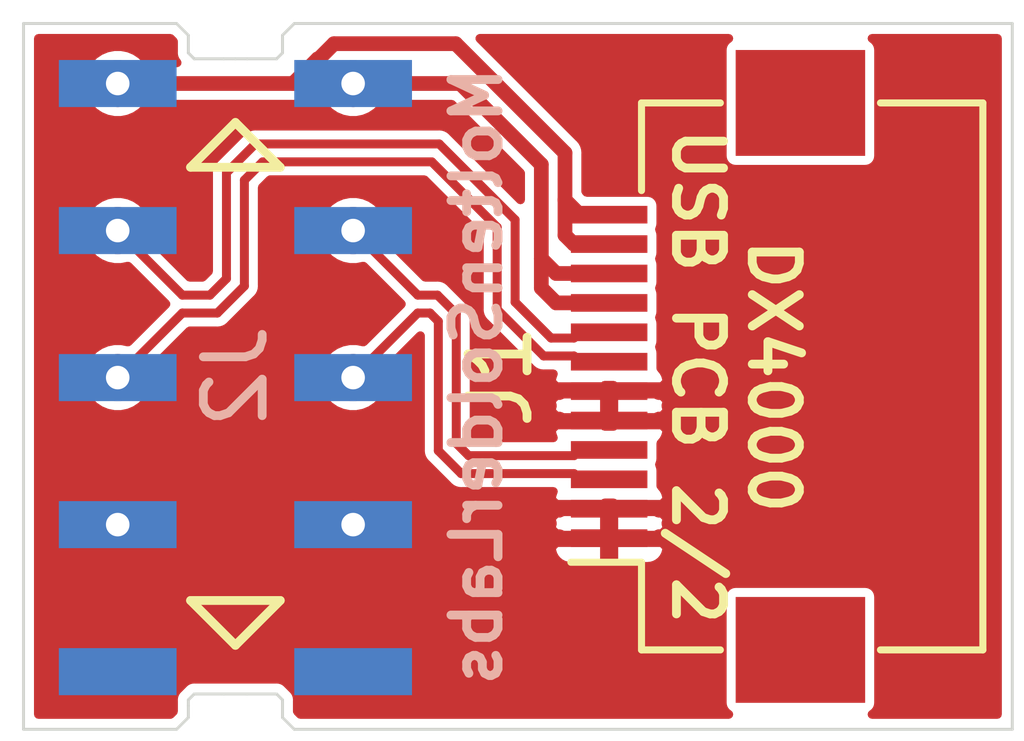
<source format=kicad_pcb>
(kicad_pcb (version 20171130) (host pcbnew 5.1.8-1.fc31)

  (general
    (thickness 1.6)
    (drawings 28)
    (tracks 77)
    (zones 0)
    (modules 2)
    (nets 8)
  )

  (page USLetter)
  (layers
    (0 F.Cu signal)
    (31 B.Cu signal)
    (32 B.Adhes user)
    (33 F.Adhes user)
    (34 B.Paste user)
    (35 F.Paste user)
    (36 B.SilkS user)
    (37 F.SilkS user)
    (38 B.Mask user)
    (39 F.Mask user)
    (40 Dwgs.User user)
    (41 Cmts.User user)
    (42 Eco1.User user)
    (43 Eco2.User user)
    (44 Edge.Cuts user)
    (45 Margin user)
    (46 B.CrtYd user)
    (47 F.CrtYd user)
    (48 B.Fab user hide)
    (49 F.Fab user hide)
  )

  (setup
    (last_trace_width 0.1524)
    (user_trace_width 0.25)
    (trace_clearance 0.1524)
    (zone_clearance 0.1524)
    (zone_45_only yes)
    (trace_min 0.1524)
    (via_size 0.8)
    (via_drill 0.4)
    (via_min_size 0.4)
    (via_min_drill 0.3)
    (uvia_size 0.3)
    (uvia_drill 0.1)
    (uvias_allowed no)
    (uvia_min_size 0.2)
    (uvia_min_drill 0.1)
    (edge_width 0.05)
    (segment_width 0.2)
    (pcb_text_width 0.3)
    (pcb_text_size 1.5 1.5)
    (mod_edge_width 0.12)
    (mod_text_size 1 1)
    (mod_text_width 0.15)
    (pad_size 1.524 1.524)
    (pad_drill 0.762)
    (pad_to_mask_clearance 0.051)
    (solder_mask_min_width 0.25)
    (aux_axis_origin 0 0)
    (visible_elements FFFFFF7F)
    (pcbplotparams
      (layerselection 0x010fc_ffffffff)
      (usegerberextensions false)
      (usegerberattributes false)
      (usegerberadvancedattributes false)
      (creategerberjobfile false)
      (excludeedgelayer true)
      (linewidth 0.100000)
      (plotframeref false)
      (viasonmask false)
      (mode 1)
      (useauxorigin false)
      (hpglpennumber 1)
      (hpglpenspeed 20)
      (hpglpendiameter 15.000000)
      (psnegative false)
      (psa4output false)
      (plotreference true)
      (plotvalue true)
      (plotinvisibletext false)
      (padsonsilk false)
      (subtractmaskfromsilk false)
      (outputformat 1)
      (mirror false)
      (drillshape 1)
      (scaleselection 1)
      (outputdirectory ""))
  )

  (net 0 "")
  (net 1 GND)
  (net 2 /USB_B+)
  (net 3 /USB_B-)
  (net 4 /USB_A+)
  (net 5 /USB_A-)
  (net 6 /5V_B)
  (net 7 /5V_A)

  (net_class Default "This is the default net class."
    (clearance 0.1524)
    (trace_width 0.1524)
    (via_dia 0.8)
    (via_drill 0.4)
    (uvia_dia 0.3)
    (uvia_drill 0.1)
    (diff_pair_width 0.1524)
    (diff_pair_gap 0.1524)
    (add_net /5V_A)
    (add_net /5V_B)
    (add_net /USB_A+)
    (add_net /USB_A-)
    (add_net /USB_B+)
    (add_net /USB_B-)
    (add_net GND)
  )

  (module Connector_FFC-FPC:Hirose_FH12-12S-0.5SH_1x12-1MP_P0.50mm_Horizontal (layer F.Cu) (tedit 5D24667B) (tstamp 5E198C6B)
    (at 175.6 108.2 90)
    (descr "Hirose FH12, FFC/FPC connector, FH12-12S-0.5SH, 12 Pins per row (https://www.hirose.com/product/en/products/FH12/FH12-24S-0.5SH(55)/), generated with kicad-footprint-generator")
    (tags "connector Hirose FH12 horizontal")
    (path /5E1911D6)
    (attr smd)
    (fp_text reference J1 (at 0 -3.7 270) (layer F.SilkS)
      (effects (font (size 1 1) (thickness 0.15)))
    )
    (fp_text value TO_DUAL-USB_PCB (at 0 5.6 90) (layer F.Fab)
      (effects (font (size 1 1) (thickness 0.15)))
    )
    (fp_line (start 0 -1.2) (end -4.55 -1.2) (layer F.Fab) (width 0.1))
    (fp_line (start -4.55 -1.2) (end -4.55 3.4) (layer F.Fab) (width 0.1))
    (fp_line (start -4.55 3.4) (end -3.95 3.4) (layer F.Fab) (width 0.1))
    (fp_line (start -3.95 3.4) (end -3.95 3.7) (layer F.Fab) (width 0.1))
    (fp_line (start -3.95 3.7) (end -4.45 3.7) (layer F.Fab) (width 0.1))
    (fp_line (start -4.45 3.7) (end -4.45 4.4) (layer F.Fab) (width 0.1))
    (fp_line (start -4.45 4.4) (end 0 4.4) (layer F.Fab) (width 0.1))
    (fp_line (start 0 -1.2) (end 4.55 -1.2) (layer F.Fab) (width 0.1))
    (fp_line (start 4.55 -1.2) (end 4.55 3.4) (layer F.Fab) (width 0.1))
    (fp_line (start 4.55 3.4) (end 3.95 3.4) (layer F.Fab) (width 0.1))
    (fp_line (start 3.95 3.4) (end 3.95 3.7) (layer F.Fab) (width 0.1))
    (fp_line (start 3.95 3.7) (end 4.45 3.7) (layer F.Fab) (width 0.1))
    (fp_line (start 4.45 3.7) (end 4.45 4.4) (layer F.Fab) (width 0.1))
    (fp_line (start 4.45 4.4) (end 0 4.4) (layer F.Fab) (width 0.1))
    (fp_line (start -3.16 -1.3) (end -4.65 -1.3) (layer F.SilkS) (width 0.12))
    (fp_line (start -4.65 -1.3) (end -4.65 0.04) (layer F.SilkS) (width 0.12))
    (fp_line (start 3.16 -1.3) (end 4.65 -1.3) (layer F.SilkS) (width 0.12))
    (fp_line (start 4.65 -1.3) (end 4.65 0.04) (layer F.SilkS) (width 0.12))
    (fp_line (start -4.65 2.76) (end -4.65 4.5) (layer F.SilkS) (width 0.12))
    (fp_line (start -4.65 4.5) (end 4.65 4.5) (layer F.SilkS) (width 0.12))
    (fp_line (start 4.65 4.5) (end 4.65 2.76) (layer F.SilkS) (width 0.12))
    (fp_line (start -3.16 -1.3) (end -3.16 -2.5) (layer F.SilkS) (width 0.12))
    (fp_line (start -3.25 -1.2) (end -2.75 -0.492893) (layer F.Fab) (width 0.1))
    (fp_line (start -2.75 -0.492893) (end -2.25 -1.2) (layer F.Fab) (width 0.1))
    (fp_line (start -6.05 -3) (end -6.05 4.9) (layer F.CrtYd) (width 0.05))
    (fp_line (start -6.05 4.9) (end 6.05 4.9) (layer F.CrtYd) (width 0.05))
    (fp_line (start 6.05 4.9) (end 6.05 -3) (layer F.CrtYd) (width 0.05))
    (fp_line (start 6.05 -3) (end -6.05 -3) (layer F.CrtYd) (width 0.05))
    (fp_text user %R (at 0 3.7 90) (layer F.Fab)
      (effects (font (size 1 1) (thickness 0.15)))
    )
    (pad 12 smd rect (at 2.75 -1.85 90) (size 0.3 1.3) (layers F.Cu F.Paste F.Mask)
      (net 7 /5V_A))
    (pad 11 smd rect (at 2.25 -1.85 90) (size 0.3 1.3) (layers F.Cu F.Paste F.Mask)
      (net 7 /5V_A))
    (pad 10 smd rect (at 1.75 -1.85 90) (size 0.3 1.3) (layers F.Cu F.Paste F.Mask)
      (net 6 /5V_B))
    (pad 9 smd rect (at 1.25 -1.85 90) (size 0.3 1.3) (layers F.Cu F.Paste F.Mask)
      (net 6 /5V_B))
    (pad 8 smd rect (at 0.75 -1.85 90) (size 0.3 1.3) (layers F.Cu F.Paste F.Mask)
      (net 5 /USB_A-))
    (pad 7 smd rect (at 0.25 -1.85 90) (size 0.3 1.3) (layers F.Cu F.Paste F.Mask)
      (net 4 /USB_A+))
    (pad 6 smd rect (at -0.25 -1.85 90) (size 0.3 1.3) (layers F.Cu F.Paste F.Mask)
      (net 1 GND))
    (pad 5 smd rect (at -0.75 -1.85 90) (size 0.3 1.3) (layers F.Cu F.Paste F.Mask)
      (net 1 GND))
    (pad 4 smd rect (at -1.25 -1.85 90) (size 0.3 1.3) (layers F.Cu F.Paste F.Mask)
      (net 3 /USB_B-))
    (pad 3 smd rect (at -1.75 -1.85 90) (size 0.3 1.3) (layers F.Cu F.Paste F.Mask)
      (net 2 /USB_B+))
    (pad 2 smd rect (at -2.25 -1.85 90) (size 0.3 1.3) (layers F.Cu F.Paste F.Mask)
      (net 1 GND))
    (pad 1 smd rect (at -2.75 -1.85 90) (size 0.3 1.3) (layers F.Cu F.Paste F.Mask)
      (net 1 GND))
    (pad MP smd rect (at -4.65 1.4 90) (size 1.8 2.2) (layers F.Cu F.Paste F.Mask))
    (pad MP smd rect (at 4.65 1.4 90) (size 1.8 2.2) (layers F.Cu F.Paste F.Mask))
    (model ${KISYS3DMOD}/Connector_FFC-FPC.3dshapes/Hirose_FH12-12S-0.5SH_1x12-1MP_P0.50mm_Horizontal.wrl
      (at (xyz 0 0 0))
      (scale (xyz 1 1 1))
      (rotate (xyz 0 0 0))
    )
  )

  (module custom_footprints:DX4000_J15_Footprint (layer B.Cu) (tedit 5E190D55) (tstamp 5E19752B)
    (at 167.4 108.2 180)
    (path /5E192648)
    (fp_text reference J2 (at 0 0 90) (layer B.SilkS)
      (effects (font (size 1 1) (thickness 0.15)) (justify mirror))
    )
    (fp_text value J15_PCB (at 0 -6.858) (layer B.Fab)
      (effects (font (size 1 1) (thickness 0.15)) (justify mirror))
    )
    (fp_line (start -0.762 -3.81) (end 0 -4.572) (layer F.SilkS) (width 0.15))
    (fp_line (start 0 -4.572) (end 0.762 -3.81) (layer F.SilkS) (width 0.15))
    (fp_line (start 0.762 -3.81) (end -0.762 -3.81) (layer F.SilkS) (width 0.15))
    (fp_line (start 0.762 3.556) (end 0 4.318) (layer F.SilkS) (width 0.15))
    (fp_line (start -0.762 3.556) (end 0.762 3.556) (layer F.SilkS) (width 0.15))
    (fp_line (start 0 4.318) (end -0.762 3.556) (layer F.SilkS) (width 0.15))
    (fp_line (start 3.556 5.842) (end -3.556 5.842) (layer B.CrtYd) (width 0.15))
    (fp_line (start 3.556 -5.842) (end 3.556 5.842) (layer B.CrtYd) (width 0.15))
    (fp_line (start -3.556 -5.842) (end 3.556 -5.842) (layer B.CrtYd) (width 0.15))
    (fp_line (start -3.556 5.842) (end -3.556 -5.842) (layer B.CrtYd) (width 0.15))
    (pad 1 smd rect (at 2 4.98 180) (size 2 0.8) (layers B.Cu B.Paste B.Mask)
      (net 7 /5V_A))
    (pad 2 smd rect (at -2 4.98 180) (size 2 0.8) (layers B.Cu B.Paste B.Mask)
      (net 6 /5V_B))
    (pad 3 smd rect (at 2 2.48 180) (size 2 0.8) (layers B.Cu B.Paste B.Mask)
      (net 5 /USB_A-))
    (pad 4 smd rect (at -2 2.48 180) (size 2 0.8) (layers B.Cu B.Paste B.Mask)
      (net 3 /USB_B-))
    (pad 5 smd rect (at 2 -0.02 180) (size 2 0.8) (layers B.Cu B.Paste B.Mask)
      (net 4 /USB_A+))
    (pad 6 smd rect (at -2 -0.02 180) (size 2 0.8) (layers B.Cu B.Paste B.Mask)
      (net 2 /USB_B+))
    (pad 7 smd rect (at 2 -2.52 180) (size 2 0.8) (layers B.Cu B.Paste B.Mask)
      (net 1 GND))
    (pad 8 smd rect (at -2 -2.52 180) (size 2 0.8) (layers B.Cu B.Paste B.Mask)
      (net 1 GND))
    (pad 9 smd rect (at 2 -5.02 180) (size 2 0.8) (layers B.Cu B.Paste B.Mask))
    (pad 10 smd rect (at -2 -5.02 180) (size 2 0.8) (layers B.Cu B.Paste B.Mask))
  )

  (gr_text "DX4000\nUSB PCB 2/2" (at 175.9 108.2 270) (layer F.SilkS)
    (effects (font (size 0.8 0.8) (thickness 0.15)))
  )
  (gr_text MoltenSolderLabs (at 171.5 108.2 90) (layer B.SilkS)
    (effects (font (size 0.8 0.8) (thickness 0.15)) (justify mirror))
  )
  (gr_line (start 168.2 102.4) (end 168.4 102.2) (layer Edge.Cuts) (width 0.05))
  (gr_line (start 168.2 102.7) (end 168.2 102.4) (layer Edge.Cuts) (width 0.05))
  (gr_line (start 168.1 102.8) (end 168.2 102.7) (layer Edge.Cuts) (width 0.05))
  (gr_line (start 167.6 102.8) (end 168.1 102.8) (layer Edge.Cuts) (width 0.05))
  (gr_line (start 166.7 102.8) (end 167.2 102.8) (layer Edge.Cuts) (width 0.05) (tstamp 5E199D8F))
  (gr_line (start 166.6 102.7) (end 166.7 102.8) (layer Edge.Cuts) (width 0.05))
  (gr_line (start 166.6 102.4) (end 166.6 102.7) (layer Edge.Cuts) (width 0.05))
  (gr_line (start 166.4 102.2) (end 166.6 102.4) (layer Edge.Cuts) (width 0.05))
  (gr_line (start 168.4 114.2) (end 180.6 114.2) (layer Edge.Cuts) (width 0.05) (tstamp 5E199CC3))
  (gr_line (start 168.2 114) (end 168.4 114.2) (layer Edge.Cuts) (width 0.05))
  (gr_line (start 168.2 113.7) (end 168.2 114) (layer Edge.Cuts) (width 0.05))
  (gr_line (start 168.1 113.6) (end 168.2 113.7) (layer Edge.Cuts) (width 0.05))
  (gr_line (start 167.6 113.6) (end 168.1 113.6) (layer Edge.Cuts) (width 0.05))
  (gr_line (start 166.7 113.6) (end 167.2 113.6) (layer Edge.Cuts) (width 0.05) (tstamp 5E199D85))
  (gr_line (start 166.6 113.7) (end 166.7 113.6) (layer Edge.Cuts) (width 0.05))
  (gr_line (start 166.6 113.8) (end 166.6 113.7) (layer Edge.Cuts) (width 0.05))
  (gr_line (start 166.6 114) (end 166.6 113.8) (layer Edge.Cuts) (width 0.05))
  (gr_line (start 166.4 114.2) (end 166.6 114) (layer Edge.Cuts) (width 0.05))
  (gr_line (start 167.4 102.8) (end 167.6 102.8) (layer Edge.Cuts) (width 0.05))
  (gr_line (start 167.2 102.8) (end 167.4 102.8) (layer Edge.Cuts) (width 0.05))
  (gr_line (start 167.2 113.6) (end 167.6 113.6) (layer Edge.Cuts) (width 0.05))
  (gr_line (start 163.8 114.2) (end 166.4 114.2) (layer Edge.Cuts) (width 0.05))
  (gr_line (start 168.4 102.2) (end 180.6 102.2) (layer Edge.Cuts) (width 0.05) (tstamp 5E199CC1))
  (gr_line (start 163.8 102.2) (end 166.4 102.2) (layer Edge.Cuts) (width 0.05))
  (gr_line (start 163.8 102.2) (end 163.8 114.2) (layer Edge.Cuts) (width 0.05))
  (gr_line (start 180.6 114.2) (end 180.6 102.2) (layer Edge.Cuts) (width 0.05))

  (via (at 165.4 110.72) (size 0.8) (drill 0.4) (layers F.Cu B.Cu) (net 1) (status 40030))
  (via (at 169.4 110.72) (size 0.8) (drill 0.4) (layers F.Cu B.Cu) (net 1) (status 40030))
  (segment (start 173.75 108.95) (end 175.2 108.95) (width 0.25) (layer F.Cu) (net 1) (status 10))
  (segment (start 173.75 110.45) (end 175.2 110.45) (width 0.25) (layer F.Cu) (net 1) (status 10))
  (segment (start 173.75 110.95) (end 175.2 110.95) (width 0.25) (layer F.Cu) (net 1) (status 10))
  (segment (start 173.75 110.45) (end 172.4 110.45) (width 0.25) (layer F.Cu) (net 1) (status 10))
  (segment (start 173.75 110.95) (end 172.2 110.95) (width 0.25) (layer F.Cu) (net 1) (status 10))
  (segment (start 173.75 108.45) (end 172.4 108.45) (width 0.25) (layer F.Cu) (net 1) (status 10))
  (segment (start 173.75 108.45) (end 175.2 108.45) (width 0.25) (layer F.Cu) (net 1) (status 10))
  (segment (start 173.75 108.95) (end 175 108.95) (width 0.25) (layer F.Cu) (net 1) (status 10))
  (segment (start 173.75 108.95) (end 172 108.95) (width 0.25) (layer F.Cu) (net 1) (status 10))
  (segment (start 173.75 109.95) (end 173.25 109.95) (width 0.1524) (layer F.Cu) (net 2) (status 30))
  (segment (start 173.25 109.95) (end 173.1524 109.8524) (width 0.1524) (layer F.Cu) (net 2) (status 30))
  (segment (start 173.1524 109.8524) (end 171.236872 109.8524) (width 0.1524) (layer F.Cu) (net 2) (status 10))
  (segment (start 171.236872 109.8524) (end 170.8476 109.463128) (width 0.1524) (layer F.Cu) (net 2))
  (segment (start 170.8476 109.463128) (end 170.8476 107.263128) (width 0.1524) (layer F.Cu) (net 2))
  (segment (start 170.706872 107.1224) (end 170.8476 107.263128) (width 0.1524) (layer F.Cu) (net 2))
  (segment (start 170.4976 107.1224) (end 170.706872 107.1224) (width 0.1524) (layer F.Cu) (net 2))
  (segment (start 169.4 108.22) (end 170.4976 107.1224) (width 0.1524) (layer F.Cu) (net 2))
  (via (at 169.4 108.22) (size 0.8) (drill 0.4) (layers F.Cu B.Cu) (net 2) (status 40030))
  (segment (start 173.75 109.45) (end 173.25 109.45) (width 0.1524) (layer F.Cu) (net 3) (status 30))
  (segment (start 173.25 109.45) (end 173.1524 109.5476) (width 0.1524) (layer F.Cu) (net 3) (status 30))
  (segment (start 173.1524 109.5476) (end 171.363128 109.5476) (width 0.1524) (layer F.Cu) (net 3) (status 10))
  (segment (start 171.363128 109.5476) (end 171.1524 109.336872) (width 0.1524) (layer F.Cu) (net 3))
  (segment (start 171.1524 109.336872) (end 171.1524 107.136872) (width 0.1524) (layer F.Cu) (net 3))
  (segment (start 170.833128 106.8176) (end 171.1524 107.136872) (width 0.1524) (layer F.Cu) (net 3))
  (segment (start 170.4976 106.8176) (end 170.833128 106.8176) (width 0.1524) (layer F.Cu) (net 3))
  (segment (start 169.4 105.72) (end 170.4976 106.8176) (width 0.1524) (layer F.Cu) (net 3))
  (via (at 169.4 105.72) (size 0.8) (drill 0.4) (layers F.Cu B.Cu) (net 3) (status 40030))
  (segment (start 173.75 107.95) (end 173.25 107.95) (width 0.1524) (layer F.Cu) (net 4) (status 30))
  (segment (start 173.25 107.95) (end 173.1524 107.8524) (width 0.1524) (layer F.Cu) (net 4) (status 30))
  (segment (start 173.1524 107.8524) (end 172.636872 107.8524) (width 0.1524) (layer F.Cu) (net 4) (status 10))
  (segment (start 172.636872 107.8524) (end 171.8476 107.063128) (width 0.1524) (layer F.Cu) (net 4))
  (segment (start 171.8476 107.063128) (end 171.8476 105.663128) (width 0.1524) (layer F.Cu) (net 4))
  (segment (start 171.8476 105.663128) (end 170.736872 104.5524) (width 0.1524) (layer F.Cu) (net 4))
  (segment (start 170.736872 104.5524) (end 167.863128 104.5524) (width 0.1524) (layer F.Cu) (net 4))
  (segment (start 167.863128 104.5524) (end 167.5524 104.863128) (width 0.1524) (layer F.Cu) (net 4))
  (segment (start 167.5524 104.863128) (end 167.5524 106.663128) (width 0.1524) (layer F.Cu) (net 4))
  (segment (start 167.5524 106.663128) (end 167.093128 107.1224) (width 0.1524) (layer F.Cu) (net 4))
  (segment (start 167.093128 107.1224) (end 166.4976 107.1224) (width 0.1524) (layer F.Cu) (net 4))
  (segment (start 166.4976 107.1224) (end 165.4 108.22) (width 0.1524) (layer F.Cu) (net 4))
  (via (at 165.4 108.22) (size 0.8) (drill 0.4) (layers F.Cu B.Cu) (net 4) (status 40030))
  (segment (start 173.75 107.45) (end 173.25 107.45) (width 0.1524) (layer F.Cu) (net 5) (status 30))
  (segment (start 173.25 107.45) (end 173.1524 107.5476) (width 0.1524) (layer F.Cu) (net 5) (status 30))
  (segment (start 173.1524 107.5476) (end 172.763128 107.5476) (width 0.1524) (layer F.Cu) (net 5) (status 10))
  (segment (start 172.763128 107.5476) (end 172.1524 106.936872) (width 0.1524) (layer F.Cu) (net 5))
  (segment (start 172.1524 106.936872) (end 172.1524 105.536872) (width 0.1524) (layer F.Cu) (net 5))
  (segment (start 172.1524 105.536872) (end 170.863128 104.2476) (width 0.1524) (layer F.Cu) (net 5))
  (segment (start 170.863128 104.2476) (end 167.736872 104.2476) (width 0.1524) (layer F.Cu) (net 5))
  (segment (start 167.736872 104.2476) (end 167.2476 104.736872) (width 0.1524) (layer F.Cu) (net 5))
  (segment (start 167.2476 104.736872) (end 167.2476 106.536872) (width 0.1524) (layer F.Cu) (net 5))
  (segment (start 167.2476 106.536872) (end 166.966872 106.8176) (width 0.1524) (layer F.Cu) (net 5))
  (segment (start 166.966872 106.8176) (end 166.4976 106.8176) (width 0.1524) (layer F.Cu) (net 5))
  (segment (start 166.4976 106.8176) (end 165.4 105.72) (width 0.1524) (layer F.Cu) (net 5))
  (via (at 165.4 105.72) (size 0.8) (drill 0.4) (layers F.Cu B.Cu) (net 5) (status 40030))
  (via (at 169.4 103.22) (size 0.8) (drill 0.4) (layers F.Cu B.Cu) (net 6) (status 40030))
  (segment (start 172.85 106.45) (end 172.59759 106.19759) (width 0.25) (layer F.Cu) (net 6))
  (segment (start 173.75 106.45) (end 172.85 106.45) (width 0.25) (layer F.Cu) (net 6) (status 10))
  (segment (start 172.59759 106.19759) (end 172.59759 104.59759) (width 0.25) (layer F.Cu) (net 6))
  (segment (start 171.22 103.22) (end 169.4 103.22) (width 0.25) (layer F.Cu) (net 6))
  (segment (start 172.59759 104.59759) (end 171.22 103.22) (width 0.25) (layer F.Cu) (net 6))
  (segment (start 172.59759 106.69759) (end 172.59759 106.19759) (width 0.25) (layer F.Cu) (net 6))
  (segment (start 172.85 106.95) (end 172.59759 106.69759) (width 0.25) (layer F.Cu) (net 6))
  (segment (start 173.75 106.95) (end 172.85 106.95) (width 0.25) (layer F.Cu) (net 6) (status 10))
  (via (at 165.4 103.22) (size 0.8) (drill 0.4) (layers F.Cu B.Cu) (net 7) (status 40030))
  (segment (start 168.38 103.22) (end 165.4 103.22) (width 0.25) (layer F.Cu) (net 7))
  (segment (start 168.8 102.8) (end 168.38 103.22) (width 0.25) (layer F.Cu) (net 7))
  (segment (start 168.817446 102.8) (end 168.8 102.8) (width 0.25) (layer F.Cu) (net 7))
  (segment (start 169.074847 102.542599) (end 168.817446 102.8) (width 0.25) (layer F.Cu) (net 7))
  (segment (start 173.75 105.45) (end 173.25 105.45) (width 0.25) (layer F.Cu) (net 7) (status 30))
  (segment (start 173.25 105.45) (end 173 105.2) (width 0.25) (layer F.Cu) (net 7) (status 10))
  (segment (start 173 105.2) (end 173 104.4) (width 0.25) (layer F.Cu) (net 7))
  (segment (start 171.142599 102.542599) (end 169.074847 102.542599) (width 0.25) (layer F.Cu) (net 7))
  (segment (start 173 104.4) (end 171.142599 102.542599) (width 0.25) (layer F.Cu) (net 7))
  (segment (start 173.75 105.95) (end 173.15 105.95) (width 0.25) (layer F.Cu) (net 7) (status 30))
  (segment (start 173 105.8) (end 173 105.2) (width 0.25) (layer F.Cu) (net 7))
  (segment (start 173.15 105.95) (end 173 105.8) (width 0.25) (layer F.Cu) (net 7) (status 10))

  (zone (net 1) (net_name GND) (layer F.Cu) (tstamp 0) (hatch edge 0.508)
    (connect_pads (clearance 0.1524))
    (min_thickness 0.1524)
    (fill yes (arc_segments 32) (thermal_gap 0.254) (thermal_bridge_width 0.308) (smoothing fillet) (radius 1))
    (polygon
      (pts
        (xy 180.8 114.4) (xy 163.4 114.4) (xy 163.4 101.8) (xy 180.8 101.8)
      )
    )
    (filled_polygon
      (pts
        (xy 166.3464 102.505045) (xy 166.346401 102.687534) (xy 166.345173 102.7) (xy 166.35007 102.749714) (xy 166.364571 102.797517)
        (xy 166.388119 102.841574) (xy 166.408493 102.8664) (xy 165.919744 102.8664) (xy 165.888266 102.819291) (xy 165.800709 102.731734)
        (xy 165.697754 102.662941) (xy 165.583356 102.615556) (xy 165.461912 102.5914) (xy 165.338088 102.5914) (xy 165.216644 102.615556)
        (xy 165.102246 102.662941) (xy 164.999291 102.731734) (xy 164.911734 102.819291) (xy 164.842941 102.922246) (xy 164.795556 103.036644)
        (xy 164.7714 103.158088) (xy 164.7714 103.281912) (xy 164.795556 103.403356) (xy 164.842941 103.517754) (xy 164.911734 103.620709)
        (xy 164.999291 103.708266) (xy 165.102246 103.777059) (xy 165.216644 103.824444) (xy 165.338088 103.8486) (xy 165.461912 103.8486)
        (xy 165.583356 103.824444) (xy 165.697754 103.777059) (xy 165.800709 103.708266) (xy 165.888266 103.620709) (xy 165.919744 103.5736)
        (xy 168.362648 103.5736) (xy 168.38 103.575309) (xy 168.397352 103.5736) (xy 168.397362 103.5736) (xy 168.449318 103.568483)
        (xy 168.515971 103.548264) (xy 168.5774 103.515429) (xy 168.631242 103.471242) (xy 168.642313 103.457752) (xy 168.779157 103.320908)
        (xy 168.795556 103.403356) (xy 168.842941 103.517754) (xy 168.911734 103.620709) (xy 168.999291 103.708266) (xy 169.102246 103.777059)
        (xy 169.216644 103.824444) (xy 169.338088 103.8486) (xy 169.461912 103.8486) (xy 169.583356 103.824444) (xy 169.697754 103.777059)
        (xy 169.800709 103.708266) (xy 169.888266 103.620709) (xy 169.919744 103.5736) (xy 171.073535 103.5736) (xy 172.243991 104.744057)
        (xy 172.243991 105.197411) (xy 171.08924 104.042661) (xy 171.079696 104.031032) (xy 171.033285 103.992942) (xy 170.980334 103.96464)
        (xy 170.922879 103.947211) (xy 170.878094 103.9428) (xy 170.878086 103.9428) (xy 170.863128 103.941327) (xy 170.84817 103.9428)
        (xy 167.751829 103.9428) (xy 167.736871 103.941327) (xy 167.721913 103.9428) (xy 167.721906 103.9428) (xy 167.682761 103.946655)
        (xy 167.67712 103.947211) (xy 167.619666 103.96464) (xy 167.566715 103.992942) (xy 167.520304 104.031032) (xy 167.510764 104.042656)
        (xy 167.042661 104.51076) (xy 167.031032 104.520304) (xy 166.992942 104.566716) (xy 166.976441 104.597589) (xy 166.96464 104.619667)
        (xy 166.951705 104.662309) (xy 166.947211 104.677122) (xy 166.9428 104.721907) (xy 166.9428 104.721914) (xy 166.941327 104.736872)
        (xy 166.9428 104.75183) (xy 166.942801 106.410619) (xy 166.840621 106.5128) (xy 166.623852 106.5128) (xy 166.006097 105.895046)
        (xy 166.0286 105.781912) (xy 166.0286 105.658088) (xy 166.004444 105.536644) (xy 165.957059 105.422246) (xy 165.888266 105.319291)
        (xy 165.800709 105.231734) (xy 165.697754 105.162941) (xy 165.583356 105.115556) (xy 165.461912 105.0914) (xy 165.338088 105.0914)
        (xy 165.216644 105.115556) (xy 165.102246 105.162941) (xy 164.999291 105.231734) (xy 164.911734 105.319291) (xy 164.842941 105.422246)
        (xy 164.795556 105.536644) (xy 164.7714 105.658088) (xy 164.7714 105.781912) (xy 164.795556 105.903356) (xy 164.842941 106.017754)
        (xy 164.911734 106.120709) (xy 164.999291 106.208266) (xy 165.102246 106.277059) (xy 165.216644 106.324444) (xy 165.338088 106.3486)
        (xy 165.461912 106.3486) (xy 165.575046 106.326097) (xy 166.218948 106.97) (xy 165.575046 107.613903) (xy 165.461912 107.5914)
        (xy 165.338088 107.5914) (xy 165.216644 107.615556) (xy 165.102246 107.662941) (xy 164.999291 107.731734) (xy 164.911734 107.819291)
        (xy 164.842941 107.922246) (xy 164.795556 108.036644) (xy 164.7714 108.158088) (xy 164.7714 108.281912) (xy 164.795556 108.403356)
        (xy 164.842941 108.517754) (xy 164.911734 108.620709) (xy 164.999291 108.708266) (xy 165.102246 108.777059) (xy 165.216644 108.824444)
        (xy 165.338088 108.8486) (xy 165.461912 108.8486) (xy 165.583356 108.824444) (xy 165.697754 108.777059) (xy 165.800709 108.708266)
        (xy 165.888266 108.620709) (xy 165.957059 108.517754) (xy 166.004444 108.403356) (xy 166.0286 108.281912) (xy 166.0286 108.158088)
        (xy 166.006097 108.044954) (xy 166.623852 107.4272) (xy 167.07817 107.4272) (xy 167.093128 107.428673) (xy 167.108086 107.4272)
        (xy 167.108094 107.4272) (xy 167.152879 107.422789) (xy 167.210334 107.40536) (xy 167.263285 107.377058) (xy 167.309696 107.338968)
        (xy 167.31924 107.327339) (xy 167.757344 106.889236) (xy 167.768968 106.879696) (xy 167.807058 106.833285) (xy 167.83536 106.780334)
        (xy 167.839491 106.766716) (xy 167.852789 106.72288) (xy 167.85492 106.701242) (xy 167.8572 106.678094) (xy 167.8572 106.678086)
        (xy 167.858673 106.663128) (xy 167.8572 106.64817) (xy 167.8572 105.658088) (xy 168.7714 105.658088) (xy 168.7714 105.781912)
        (xy 168.795556 105.903356) (xy 168.842941 106.017754) (xy 168.911734 106.120709) (xy 168.999291 106.208266) (xy 169.102246 106.277059)
        (xy 169.216644 106.324444) (xy 169.338088 106.3486) (xy 169.461912 106.3486) (xy 169.575046 106.326097) (xy 170.218948 106.97)
        (xy 169.575046 107.613903) (xy 169.461912 107.5914) (xy 169.338088 107.5914) (xy 169.216644 107.615556) (xy 169.102246 107.662941)
        (xy 168.999291 107.731734) (xy 168.911734 107.819291) (xy 168.842941 107.922246) (xy 168.795556 108.036644) (xy 168.7714 108.158088)
        (xy 168.7714 108.281912) (xy 168.795556 108.403356) (xy 168.842941 108.517754) (xy 168.911734 108.620709) (xy 168.999291 108.708266)
        (xy 169.102246 108.777059) (xy 169.216644 108.824444) (xy 169.338088 108.8486) (xy 169.461912 108.8486) (xy 169.583356 108.824444)
        (xy 169.697754 108.777059) (xy 169.800709 108.708266) (xy 169.888266 108.620709) (xy 169.957059 108.517754) (xy 170.004444 108.403356)
        (xy 170.0286 108.281912) (xy 170.0286 108.158088) (xy 170.006097 108.044954) (xy 170.542801 107.508251) (xy 170.5428 109.44817)
        (xy 170.541327 109.463128) (xy 170.5428 109.478086) (xy 170.5428 109.478093) (xy 170.543761 109.487848) (xy 170.547211 109.522879)
        (xy 170.556482 109.55344) (xy 170.56464 109.580333) (xy 170.592942 109.633284) (xy 170.631032 109.679696) (xy 170.642661 109.68924)
        (xy 171.010763 110.057343) (xy 171.020304 110.068968) (xy 171.066715 110.107058) (xy 171.119666 110.13536) (xy 171.17712 110.152789)
        (xy 171.182275 110.153297) (xy 171.221906 110.1572) (xy 171.221914 110.1572) (xy 171.236872 110.158673) (xy 171.25183 110.1572)
        (xy 172.801851 110.1572) (xy 172.793956 110.171833) (xy 172.774832 110.234002) (xy 172.7698 110.29365) (xy 172.85235 110.3762)
        (xy 173.6722 110.3762) (xy 173.6722 110.3522) (xy 173.8278 110.3522) (xy 173.8278 110.3762) (xy 174.64765 110.3762)
        (xy 174.7302 110.29365) (xy 174.725168 110.234002) (xy 174.706044 110.171833) (xy 174.67516 110.11459) (xy 174.633701 110.064471)
        (xy 174.629706 110.061218) (xy 174.629706 109.8) (xy 174.625292 109.755187) (xy 174.612221 109.712095) (xy 174.605756 109.7)
        (xy 174.612221 109.687905) (xy 174.625292 109.644813) (xy 174.629706 109.6) (xy 174.629706 109.338782) (xy 174.633701 109.335529)
        (xy 174.67516 109.28541) (xy 174.706044 109.228167) (xy 174.725168 109.165998) (xy 174.7302 109.10635) (xy 174.64765 109.0238)
        (xy 173.8278 109.0238) (xy 173.8278 109.0478) (xy 173.6722 109.0478) (xy 173.6722 109.0238) (xy 172.85235 109.0238)
        (xy 172.7698 109.10635) (xy 172.774832 109.165998) (xy 172.793956 109.228167) (xy 172.801851 109.2428) (xy 171.48938 109.2428)
        (xy 171.4572 109.210621) (xy 171.4572 108.60635) (xy 172.7698 108.60635) (xy 172.774832 108.665998) (xy 172.785291 108.7)
        (xy 172.774832 108.734002) (xy 172.7698 108.79365) (xy 172.85235 108.8762) (xy 172.916253 108.8762) (xy 172.916739 108.876596)
        (xy 172.974221 108.907034) (xy 173.036537 108.925672) (xy 173.101292 108.931795) (xy 173.58965 108.9302) (xy 173.64365 108.8762)
        (xy 173.6722 108.8762) (xy 173.6722 108.5238) (xy 173.8278 108.5238) (xy 173.8278 108.8762) (xy 173.85635 108.8762)
        (xy 173.91035 108.9302) (xy 174.398708 108.931795) (xy 174.463463 108.925672) (xy 174.525779 108.907034) (xy 174.583261 108.876596)
        (xy 174.583747 108.8762) (xy 174.64765 108.8762) (xy 174.7302 108.79365) (xy 174.725168 108.734002) (xy 174.714709 108.7)
        (xy 174.725168 108.665998) (xy 174.7302 108.60635) (xy 174.64765 108.5238) (xy 174.583747 108.5238) (xy 174.583261 108.523404)
        (xy 174.525779 108.492966) (xy 174.463463 108.474328) (xy 174.398708 108.468205) (xy 173.91035 108.4698) (xy 173.85635 108.5238)
        (xy 173.8278 108.5238) (xy 173.6722 108.5238) (xy 173.64365 108.5238) (xy 173.58965 108.4698) (xy 173.101292 108.468205)
        (xy 173.036537 108.474328) (xy 172.974221 108.492966) (xy 172.916739 108.523404) (xy 172.916253 108.5238) (xy 172.85235 108.5238)
        (xy 172.7698 108.60635) (xy 171.4572 108.60635) (xy 171.4572 107.15183) (xy 171.458673 107.136872) (xy 171.4572 107.121914)
        (xy 171.4572 107.121906) (xy 171.452789 107.077121) (xy 171.43536 107.019666) (xy 171.407058 106.966715) (xy 171.368968 106.920304)
        (xy 171.357344 106.910764) (xy 171.05924 106.612661) (xy 171.049696 106.601032) (xy 171.003285 106.562942) (xy 170.950334 106.53464)
        (xy 170.892879 106.517211) (xy 170.848094 106.5128) (xy 170.848086 106.5128) (xy 170.833128 106.511327) (xy 170.81817 106.5128)
        (xy 170.623852 106.5128) (xy 170.006097 105.895046) (xy 170.0286 105.781912) (xy 170.0286 105.658088) (xy 170.004444 105.536644)
        (xy 169.957059 105.422246) (xy 169.888266 105.319291) (xy 169.800709 105.231734) (xy 169.697754 105.162941) (xy 169.583356 105.115556)
        (xy 169.461912 105.0914) (xy 169.338088 105.0914) (xy 169.216644 105.115556) (xy 169.102246 105.162941) (xy 168.999291 105.231734)
        (xy 168.911734 105.319291) (xy 168.842941 105.422246) (xy 168.795556 105.536644) (xy 168.7714 105.658088) (xy 167.8572 105.658088)
        (xy 167.8572 104.989379) (xy 167.98938 104.8572) (xy 170.610621 104.8572) (xy 171.542801 105.789381) (xy 171.5428 107.04817)
        (xy 171.541327 107.063128) (xy 171.5428 107.078086) (xy 171.5428 107.078093) (xy 171.544958 107.1) (xy 171.547211 107.122879)
        (xy 171.560608 107.167041) (xy 171.56464 107.180333) (xy 171.592942 107.233284) (xy 171.631032 107.279696) (xy 171.642661 107.28924)
        (xy 172.410763 108.057343) (xy 172.420304 108.068968) (xy 172.466715 108.107058) (xy 172.519666 108.13536) (xy 172.563748 108.148732)
        (xy 172.57712 108.152789) (xy 172.582761 108.153345) (xy 172.621906 108.1572) (xy 172.621913 108.1572) (xy 172.636871 108.158673)
        (xy 172.651829 108.1572) (xy 172.801851 108.1572) (xy 172.793956 108.171833) (xy 172.774832 108.234002) (xy 172.7698 108.29365)
        (xy 172.85235 108.3762) (xy 173.6722 108.3762) (xy 173.6722 108.3522) (xy 173.8278 108.3522) (xy 173.8278 108.3762)
        (xy 174.64765 108.3762) (xy 174.7302 108.29365) (xy 174.725168 108.234002) (xy 174.706044 108.171833) (xy 174.67516 108.11459)
        (xy 174.633701 108.064471) (xy 174.629706 108.061218) (xy 174.629706 107.8) (xy 174.625292 107.755187) (xy 174.612221 107.712095)
        (xy 174.605756 107.7) (xy 174.612221 107.687905) (xy 174.625292 107.644813) (xy 174.629706 107.6) (xy 174.629706 107.3)
        (xy 174.625292 107.255187) (xy 174.612221 107.212095) (xy 174.605756 107.2) (xy 174.612221 107.187905) (xy 174.625292 107.144813)
        (xy 174.629706 107.1) (xy 174.629706 106.8) (xy 174.625292 106.755187) (xy 174.612221 106.712095) (xy 174.605756 106.7)
        (xy 174.612221 106.687905) (xy 174.625292 106.644813) (xy 174.629706 106.6) (xy 174.629706 106.3) (xy 174.625292 106.255187)
        (xy 174.612221 106.212095) (xy 174.605756 106.2) (xy 174.612221 106.187905) (xy 174.625292 106.144813) (xy 174.629706 106.1)
        (xy 174.629706 105.8) (xy 174.625292 105.755187) (xy 174.612221 105.712095) (xy 174.605756 105.7) (xy 174.612221 105.687905)
        (xy 174.625292 105.644813) (xy 174.629706 105.6) (xy 174.629706 105.3) (xy 174.625292 105.255187) (xy 174.612221 105.212095)
        (xy 174.590994 105.172382) (xy 174.562427 105.137573) (xy 174.527618 105.109006) (xy 174.487905 105.087779) (xy 174.444813 105.074708)
        (xy 174.4 105.070294) (xy 173.370359 105.070294) (xy 173.3536 105.053535) (xy 173.3536 104.41736) (xy 173.35531 104.4)
        (xy 173.353561 104.382243) (xy 173.348483 104.330682) (xy 173.328264 104.264029) (xy 173.316639 104.24228) (xy 173.29543 104.2026)
        (xy 173.275684 104.17854) (xy 173.251242 104.148758) (xy 173.237752 104.137687) (xy 171.553665 102.4536) (xy 175.782496 102.4536)
        (xy 175.772382 102.459006) (xy 175.737573 102.487573) (xy 175.709006 102.522382) (xy 175.687779 102.562095) (xy 175.674708 102.605187)
        (xy 175.670294 102.65) (xy 175.670294 104.45) (xy 175.674708 104.494813) (xy 175.687779 104.537905) (xy 175.709006 104.577618)
        (xy 175.737573 104.612427) (xy 175.772382 104.640994) (xy 175.812095 104.662221) (xy 175.855187 104.675292) (xy 175.9 104.679706)
        (xy 178.1 104.679706) (xy 178.144813 104.675292) (xy 178.187905 104.662221) (xy 178.227618 104.640994) (xy 178.262427 104.612427)
        (xy 178.290994 104.577618) (xy 178.312221 104.537905) (xy 178.325292 104.494813) (xy 178.329706 104.45) (xy 178.329706 102.65)
        (xy 178.325292 102.605187) (xy 178.312221 102.562095) (xy 178.290994 102.522382) (xy 178.262427 102.487573) (xy 178.227618 102.459006)
        (xy 178.217504 102.4536) (xy 180.346401 102.4536) (xy 180.3464 113.9464) (xy 178.217504 113.9464) (xy 178.227618 113.940994)
        (xy 178.262427 113.912427) (xy 178.290994 113.877618) (xy 178.312221 113.837905) (xy 178.325292 113.794813) (xy 178.329706 113.75)
        (xy 178.329706 111.95) (xy 178.325292 111.905187) (xy 178.312221 111.862095) (xy 178.290994 111.822382) (xy 178.262427 111.787573)
        (xy 178.227618 111.759006) (xy 178.187905 111.737779) (xy 178.144813 111.724708) (xy 178.1 111.720294) (xy 175.9 111.720294)
        (xy 175.855187 111.724708) (xy 175.812095 111.737779) (xy 175.772382 111.759006) (xy 175.737573 111.787573) (xy 175.709006 111.822382)
        (xy 175.687779 111.862095) (xy 175.674708 111.905187) (xy 175.670294 111.95) (xy 175.670294 113.75) (xy 175.674708 113.794813)
        (xy 175.687779 113.837905) (xy 175.709006 113.877618) (xy 175.737573 113.912427) (xy 175.772382 113.940994) (xy 175.782496 113.9464)
        (xy 168.505045 113.9464) (xy 168.4536 113.894956) (xy 168.4536 113.712448) (xy 168.454826 113.699999) (xy 168.4536 113.68755)
        (xy 168.4536 113.687541) (xy 168.449931 113.650286) (xy 168.435429 113.602482) (xy 168.411881 113.558426) (xy 168.38019 113.51981)
        (xy 168.370505 113.511862) (xy 168.288135 113.429491) (xy 168.28019 113.41981) (xy 168.241574 113.388119) (xy 168.197518 113.364571)
        (xy 168.149714 113.350069) (xy 168.112459 113.3464) (xy 168.112456 113.3464) (xy 168.1 113.345173) (xy 168.087544 113.3464)
        (xy 166.712448 113.3464) (xy 166.699999 113.345174) (xy 166.68755 113.3464) (xy 166.687541 113.3464) (xy 166.650286 113.350069)
        (xy 166.602482 113.364571) (xy 166.558426 113.388119) (xy 166.51981 113.41981) (xy 166.511862 113.429495) (xy 166.429487 113.511869)
        (xy 166.419811 113.51981) (xy 166.411871 113.529485) (xy 166.411868 113.529488) (xy 166.388119 113.558426) (xy 166.384835 113.564571)
        (xy 166.364571 113.602482) (xy 166.350069 113.650286) (xy 166.3464 113.687541) (xy 166.345173 113.7) (xy 166.3464 113.712456)
        (xy 166.3464 113.894955) (xy 166.294956 113.9464) (xy 164.0536 113.9464) (xy 164.0536 111.10635) (xy 172.7698 111.10635)
        (xy 172.774832 111.165998) (xy 172.793956 111.228167) (xy 172.82484 111.28541) (xy 172.866299 111.335529) (xy 172.916739 111.376596)
        (xy 172.974221 111.407034) (xy 173.036537 111.425672) (xy 173.101292 111.431795) (xy 173.58965 111.4302) (xy 173.6722 111.34765)
        (xy 173.6722 111.0238) (xy 173.8278 111.0238) (xy 173.8278 111.34765) (xy 173.91035 111.4302) (xy 174.398708 111.431795)
        (xy 174.463463 111.425672) (xy 174.525779 111.407034) (xy 174.583261 111.376596) (xy 174.633701 111.335529) (xy 174.67516 111.28541)
        (xy 174.706044 111.228167) (xy 174.725168 111.165998) (xy 174.7302 111.10635) (xy 174.64765 111.0238) (xy 173.8278 111.0238)
        (xy 173.6722 111.0238) (xy 172.85235 111.0238) (xy 172.7698 111.10635) (xy 164.0536 111.10635) (xy 164.0536 110.60635)
        (xy 172.7698 110.60635) (xy 172.774832 110.665998) (xy 172.785291 110.7) (xy 172.774832 110.734002) (xy 172.7698 110.79365)
        (xy 172.85235 110.8762) (xy 172.916253 110.8762) (xy 172.916739 110.876596) (xy 172.974221 110.907034) (xy 173.036537 110.925672)
        (xy 173.101292 110.931795) (xy 173.58965 110.9302) (xy 173.64365 110.8762) (xy 173.6722 110.8762) (xy 173.6722 110.5238)
        (xy 173.8278 110.5238) (xy 173.8278 110.8762) (xy 173.85635 110.8762) (xy 173.91035 110.9302) (xy 174.398708 110.931795)
        (xy 174.463463 110.925672) (xy 174.525779 110.907034) (xy 174.583261 110.876596) (xy 174.583747 110.8762) (xy 174.64765 110.8762)
        (xy 174.7302 110.79365) (xy 174.725168 110.734002) (xy 174.714709 110.7) (xy 174.725168 110.665998) (xy 174.7302 110.60635)
        (xy 174.64765 110.5238) (xy 174.583747 110.5238) (xy 174.583261 110.523404) (xy 174.525779 110.492966) (xy 174.463463 110.474328)
        (xy 174.398708 110.468205) (xy 173.91035 110.4698) (xy 173.85635 110.5238) (xy 173.8278 110.5238) (xy 173.6722 110.5238)
        (xy 173.64365 110.5238) (xy 173.58965 110.4698) (xy 173.101292 110.468205) (xy 173.036537 110.474328) (xy 172.974221 110.492966)
        (xy 172.916739 110.523404) (xy 172.916253 110.5238) (xy 172.85235 110.5238) (xy 172.7698 110.60635) (xy 164.0536 110.60635)
        (xy 164.0536 102.4536) (xy 166.294956 102.4536)
      )
    )
  )
)

</source>
